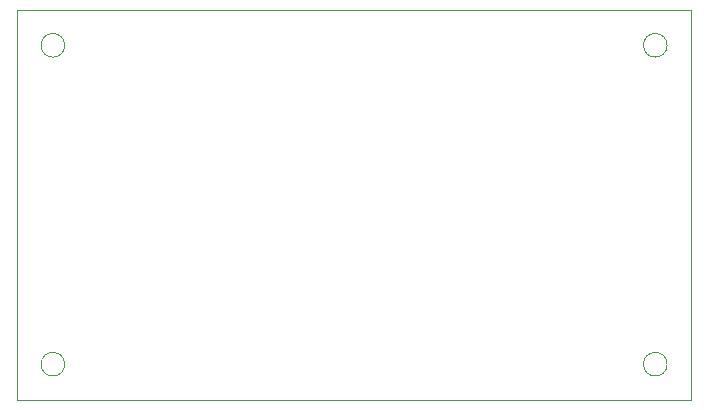
<source format=gbr>
%TF.GenerationSoftware,KiCad,Pcbnew,7.0.10*%
%TF.CreationDate,2024-12-10T02:03:47-05:00*%
%TF.ProjectId,comparison,636f6d70-6172-4697-936f-6e2e6b696361,rev?*%
%TF.SameCoordinates,Original*%
%TF.FileFunction,Profile,NP*%
%FSLAX46Y46*%
G04 Gerber Fmt 4.6, Leading zero omitted, Abs format (unit mm)*
G04 Created by KiCad (PCBNEW 7.0.10) date 2024-12-10 02:03:47*
%MOMM*%
%LPD*%
G01*
G04 APERTURE LIST*
%TA.AperFunction,Profile*%
%ADD10C,0.100000*%
%TD*%
G04 APERTURE END LIST*
D10*
X44000000Y-28000000D02*
G75*
G03*
X42000000Y-28000000I-1000000J0D01*
G01*
X42000000Y-28000000D02*
G75*
G03*
X44000000Y-28000000I1000000J0D01*
G01*
X95000000Y-55000000D02*
G75*
G03*
X93000000Y-55000000I-1000000J0D01*
G01*
X93000000Y-55000000D02*
G75*
G03*
X95000000Y-55000000I1000000J0D01*
G01*
X95000000Y-28000000D02*
G75*
G03*
X93000000Y-28000000I-1000000J0D01*
G01*
X93000000Y-28000000D02*
G75*
G03*
X95000000Y-28000000I1000000J0D01*
G01*
X44000000Y-55000000D02*
G75*
G03*
X42000000Y-55000000I-1000000J0D01*
G01*
X42000000Y-55000000D02*
G75*
G03*
X44000000Y-55000000I1000000J0D01*
G01*
X40000000Y-25000000D02*
X97000000Y-25000000D01*
X97000000Y-58000000D01*
X40000000Y-58000000D01*
X40000000Y-25000000D01*
M02*

</source>
